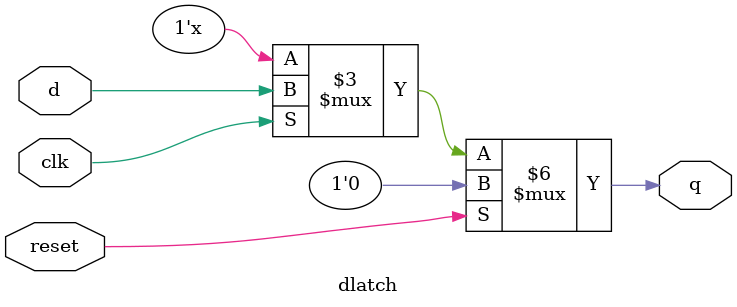
<source format=v>
module dlatch(
    input clk,    // Enable signal
    input reset,
    input d,
    output reg q
);

initial q = 0;

always @(clk or reset) begin
    if (reset)
        q <= 0;
    else if (clk)      // level-sensitive
        q <= d;
end

endmodule

</source>
